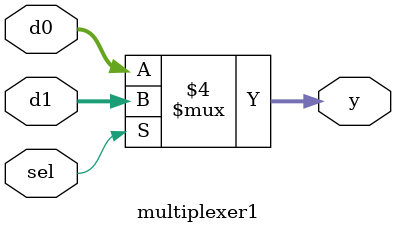
<source format=v>
`timescale 1ns / 1ps
module multiplexer1(d0, d1, sel, y);
input [3:0] d0, d1; 
input sel;
output reg [3:0] y;
always @(sel)
	begin
		if(sel == 1)
            begin
                y = d1; 
            end
		else 
            begin
                y = d0; 
            end
	end	
endmodule

</source>
